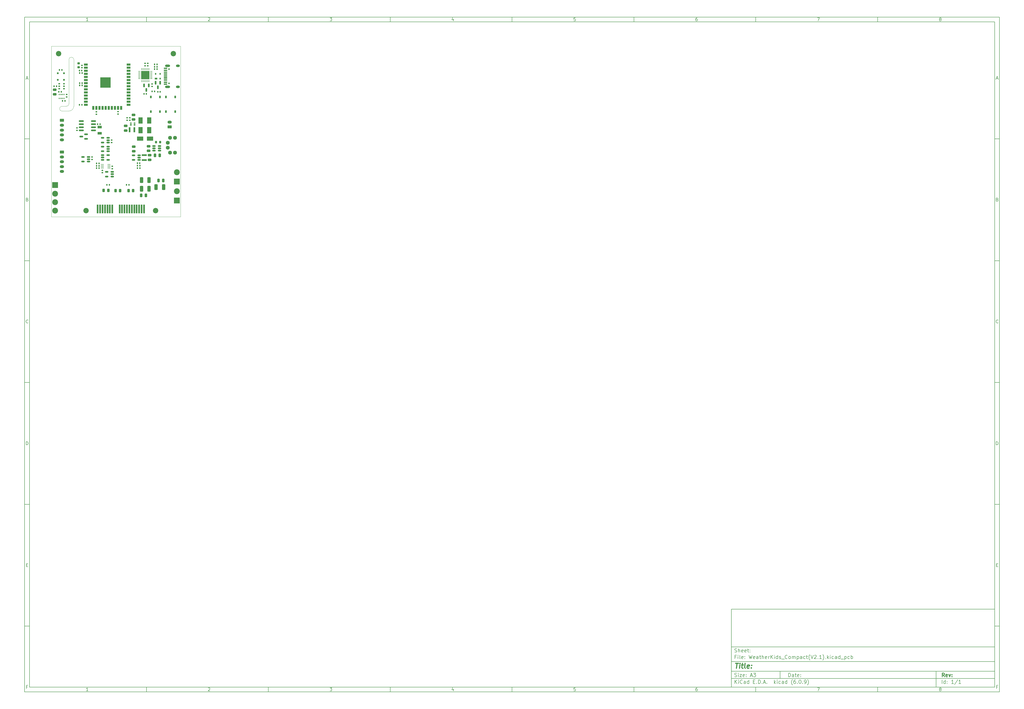
<source format=gbr>
%TF.GenerationSoftware,KiCad,Pcbnew,(6.0.9)*%
%TF.CreationDate,2023-07-18T14:40:25+05:30*%
%TF.ProjectId,WeatherKids_Compact(V2.1),57656174-6865-4724-9b69-64735f436f6d,rev?*%
%TF.SameCoordinates,PX1406f40PY14fb180*%
%TF.FileFunction,Soldermask,Top*%
%TF.FilePolarity,Negative*%
%FSLAX46Y46*%
G04 Gerber Fmt 4.6, Leading zero omitted, Abs format (unit mm)*
G04 Created by KiCad (PCBNEW (6.0.9)) date 2023-07-18 14:40:25*
%MOMM*%
%LPD*%
G01*
G04 APERTURE LIST*
G04 Aperture macros list*
%AMRoundRect*
0 Rectangle with rounded corners*
0 $1 Rounding radius*
0 $2 $3 $4 $5 $6 $7 $8 $9 X,Y pos of 4 corners*
0 Add a 4 corners polygon primitive as box body*
4,1,4,$2,$3,$4,$5,$6,$7,$8,$9,$2,$3,0*
0 Add four circle primitives for the rounded corners*
1,1,$1+$1,$2,$3*
1,1,$1+$1,$4,$5*
1,1,$1+$1,$6,$7*
1,1,$1+$1,$8,$9*
0 Add four rect primitives between the rounded corners*
20,1,$1+$1,$2,$3,$4,$5,0*
20,1,$1+$1,$4,$5,$6,$7,0*
20,1,$1+$1,$6,$7,$8,$9,0*
20,1,$1+$1,$8,$9,$2,$3,0*%
G04 Aperture macros list end*
%ADD10C,0.100000*%
%ADD11C,0.150000*%
%ADD12C,0.300000*%
%ADD13C,0.400000*%
%TA.AperFunction,Profile*%
%ADD14C,0.050000*%
%TD*%
%ADD15RoundRect,0.225000X-0.250000X0.225000X-0.250000X-0.225000X0.250000X-0.225000X0.250000X0.225000X0*%
%ADD16RoundRect,0.140000X0.140000X0.170000X-0.140000X0.170000X-0.140000X-0.170000X0.140000X-0.170000X0*%
%ADD17C,0.600000*%
%ADD18R,4.200000X4.200000*%
%ADD19R,1.500000X0.900000*%
%ADD20R,0.900000X1.500000*%
%ADD21RoundRect,0.250000X0.475000X-0.250000X0.475000X0.250000X-0.475000X0.250000X-0.475000X-0.250000X0*%
%ADD22RoundRect,0.150000X0.512500X0.150000X-0.512500X0.150000X-0.512500X-0.150000X0.512500X-0.150000X0*%
%ADD23RoundRect,0.135000X-0.185000X0.135000X-0.185000X-0.135000X0.185000X-0.135000X0.185000X0.135000X0*%
%ADD24RoundRect,0.135000X0.135000X0.185000X-0.135000X0.185000X-0.135000X-0.185000X0.135000X-0.185000X0*%
%ADD25RoundRect,0.135000X0.185000X-0.135000X0.185000X0.135000X-0.185000X0.135000X-0.185000X-0.135000X0*%
%ADD26RoundRect,0.140000X-0.140000X-0.170000X0.140000X-0.170000X0.140000X0.170000X-0.140000X0.170000X0*%
%ADD27RoundRect,0.187500X-0.187500X0.312500X-0.187500X-0.312500X0.187500X-0.312500X0.187500X0.312500X0*%
%ADD28C,2.200000*%
%ADD29RoundRect,0.135000X-0.135000X-0.185000X0.135000X-0.185000X0.135000X0.185000X-0.135000X0.185000X0*%
%ADD30R,1.800000X2.500000*%
%ADD31R,2.000000X0.800000*%
%ADD32RoundRect,0.200000X0.200000X0.275000X-0.200000X0.275000X-0.200000X-0.275000X0.200000X-0.275000X0*%
%ADD33R,3.350000X3.350000*%
%ADD34RoundRect,0.062500X0.062500X0.337500X-0.062500X0.337500X-0.062500X-0.337500X0.062500X-0.337500X0*%
%ADD35RoundRect,0.062500X0.337500X0.062500X-0.337500X0.062500X-0.337500X-0.062500X0.337500X-0.062500X0*%
%ADD36RoundRect,0.150000X0.587500X0.150000X-0.587500X0.150000X-0.587500X-0.150000X0.587500X-0.150000X0*%
%ADD37R,2.500000X1.800000*%
%ADD38RoundRect,0.250000X-0.250000X-0.475000X0.250000X-0.475000X0.250000X0.475000X-0.250000X0.475000X0*%
%ADD39RoundRect,0.243750X-0.243750X-0.456250X0.243750X-0.456250X0.243750X0.456250X-0.243750X0.456250X0*%
%ADD40RoundRect,0.250000X0.250000X0.475000X-0.250000X0.475000X-0.250000X-0.475000X0.250000X-0.475000X0*%
%ADD41RoundRect,0.140000X-0.170000X0.140000X-0.170000X-0.140000X0.170000X-0.140000X0.170000X0.140000X0*%
%ADD42RoundRect,0.150000X0.825000X0.150000X-0.825000X0.150000X-0.825000X-0.150000X0.825000X-0.150000X0*%
%ADD43C,2.400000*%
%ADD44R,2.400000X2.400000*%
%ADD45RoundRect,0.250000X-0.412500X-0.925000X0.412500X-0.925000X0.412500X0.925000X-0.412500X0.925000X0*%
%ADD46RoundRect,0.150000X-0.512500X-0.150000X0.512500X-0.150000X0.512500X0.150000X-0.512500X0.150000X0*%
%ADD47C,1.600000*%
%ADD48R,1.168400X0.254000*%
%ADD49O,2.100000X1.000000*%
%ADD50O,1.600000X1.000000*%
%ADD51R,1.450000X0.600000*%
%ADD52R,1.450000X0.300000*%
%ADD53C,0.650000*%
%ADD54RoundRect,0.243750X0.243750X0.456250X-0.243750X0.456250X-0.243750X-0.456250X0.243750X-0.456250X0*%
%ADD55O,1.750000X1.200000*%
%ADD56RoundRect,0.250000X-0.625000X0.350000X-0.625000X-0.350000X0.625000X-0.350000X0.625000X0.350000X0*%
%ADD57R,0.800000X0.800000*%
%ADD58R,0.700000X3.600000*%
%ADD59RoundRect,0.150000X-0.150000X0.587500X-0.150000X-0.587500X0.150000X-0.587500X0.150000X0.587500X0*%
%ADD60R,0.350000X0.500000*%
%ADD61R,0.800000X0.500000*%
%ADD62R,0.800000X2.000000*%
%ADD63R,1.800000X1.000000*%
%ADD64RoundRect,0.140000X0.170000X-0.140000X0.170000X0.140000X-0.170000X0.140000X-0.170000X-0.140000X0*%
%ADD65RoundRect,0.250000X0.625000X-0.350000X0.625000X0.350000X-0.625000X0.350000X-0.625000X-0.350000X0*%
%ADD66RoundRect,0.250000X0.412500X0.925000X-0.412500X0.925000X-0.412500X-0.925000X0.412500X-0.925000X0*%
%ADD67RoundRect,0.250000X-0.475000X0.250000X-0.475000X-0.250000X0.475000X-0.250000X0.475000X0.250000X0*%
%ADD68R,0.670001X0.299999*%
%ADD69R,0.600000X0.700000*%
%ADD70R,1.000000X0.700000*%
G04 APERTURE END LIST*
D10*
D11*
X278989000Y-231002200D02*
X278989000Y-263002200D01*
X386989000Y-263002200D01*
X386989000Y-231002200D01*
X278989000Y-231002200D01*
D10*
D11*
X-11000000Y12000000D02*
X-11000000Y-265002200D01*
X388989000Y-265002200D01*
X388989000Y12000000D01*
X-11000000Y12000000D01*
D10*
D11*
X-9000000Y10000000D02*
X-9000000Y-263002200D01*
X386989000Y-263002200D01*
X386989000Y10000000D01*
X-9000000Y10000000D01*
D10*
D11*
X39000000Y10000000D02*
X39000000Y12000000D01*
D10*
D11*
X89000000Y10000000D02*
X89000000Y12000000D01*
D10*
D11*
X139000000Y10000000D02*
X139000000Y12000000D01*
D10*
D11*
X189000000Y10000000D02*
X189000000Y12000000D01*
D10*
D11*
X239000000Y10000000D02*
X239000000Y12000000D01*
D10*
D11*
X289000000Y10000000D02*
X289000000Y12000000D01*
D10*
D11*
X339000000Y10000000D02*
X339000000Y12000000D01*
D10*
D11*
X15065476Y10411905D02*
X14322619Y10411905D01*
X14694047Y10411905D02*
X14694047Y11711905D01*
X14570238Y11526191D01*
X14446428Y11402381D01*
X14322619Y11340477D01*
D10*
D11*
X64322619Y11588096D02*
X64384523Y11650000D01*
X64508333Y11711905D01*
X64817857Y11711905D01*
X64941666Y11650000D01*
X65003571Y11588096D01*
X65065476Y11464286D01*
X65065476Y11340477D01*
X65003571Y11154762D01*
X64260714Y10411905D01*
X65065476Y10411905D01*
D10*
D11*
X114260714Y11711905D02*
X115065476Y11711905D01*
X114632142Y11216667D01*
X114817857Y11216667D01*
X114941666Y11154762D01*
X115003571Y11092858D01*
X115065476Y10969048D01*
X115065476Y10659524D01*
X115003571Y10535715D01*
X114941666Y10473810D01*
X114817857Y10411905D01*
X114446428Y10411905D01*
X114322619Y10473810D01*
X114260714Y10535715D01*
D10*
D11*
X164941666Y11278572D02*
X164941666Y10411905D01*
X164632142Y11773810D02*
X164322619Y10845239D01*
X165127380Y10845239D01*
D10*
D11*
X215003571Y11711905D02*
X214384523Y11711905D01*
X214322619Y11092858D01*
X214384523Y11154762D01*
X214508333Y11216667D01*
X214817857Y11216667D01*
X214941666Y11154762D01*
X215003571Y11092858D01*
X215065476Y10969048D01*
X215065476Y10659524D01*
X215003571Y10535715D01*
X214941666Y10473810D01*
X214817857Y10411905D01*
X214508333Y10411905D01*
X214384523Y10473810D01*
X214322619Y10535715D01*
D10*
D11*
X264941666Y11711905D02*
X264694047Y11711905D01*
X264570238Y11650000D01*
X264508333Y11588096D01*
X264384523Y11402381D01*
X264322619Y11154762D01*
X264322619Y10659524D01*
X264384523Y10535715D01*
X264446428Y10473810D01*
X264570238Y10411905D01*
X264817857Y10411905D01*
X264941666Y10473810D01*
X265003571Y10535715D01*
X265065476Y10659524D01*
X265065476Y10969048D01*
X265003571Y11092858D01*
X264941666Y11154762D01*
X264817857Y11216667D01*
X264570238Y11216667D01*
X264446428Y11154762D01*
X264384523Y11092858D01*
X264322619Y10969048D01*
D10*
D11*
X314260714Y11711905D02*
X315127380Y11711905D01*
X314570238Y10411905D01*
D10*
D11*
X364570238Y11154762D02*
X364446428Y11216667D01*
X364384523Y11278572D01*
X364322619Y11402381D01*
X364322619Y11464286D01*
X364384523Y11588096D01*
X364446428Y11650000D01*
X364570238Y11711905D01*
X364817857Y11711905D01*
X364941666Y11650000D01*
X365003571Y11588096D01*
X365065476Y11464286D01*
X365065476Y11402381D01*
X365003571Y11278572D01*
X364941666Y11216667D01*
X364817857Y11154762D01*
X364570238Y11154762D01*
X364446428Y11092858D01*
X364384523Y11030953D01*
X364322619Y10907143D01*
X364322619Y10659524D01*
X364384523Y10535715D01*
X364446428Y10473810D01*
X364570238Y10411905D01*
X364817857Y10411905D01*
X364941666Y10473810D01*
X365003571Y10535715D01*
X365065476Y10659524D01*
X365065476Y10907143D01*
X365003571Y11030953D01*
X364941666Y11092858D01*
X364817857Y11154762D01*
D10*
D11*
X39000000Y-263002200D02*
X39000000Y-265002200D01*
D10*
D11*
X89000000Y-263002200D02*
X89000000Y-265002200D01*
D10*
D11*
X139000000Y-263002200D02*
X139000000Y-265002200D01*
D10*
D11*
X189000000Y-263002200D02*
X189000000Y-265002200D01*
D10*
D11*
X239000000Y-263002200D02*
X239000000Y-265002200D01*
D10*
D11*
X289000000Y-263002200D02*
X289000000Y-265002200D01*
D10*
D11*
X339000000Y-263002200D02*
X339000000Y-265002200D01*
D10*
D11*
X15065476Y-264590295D02*
X14322619Y-264590295D01*
X14694047Y-264590295D02*
X14694047Y-263290295D01*
X14570238Y-263476009D01*
X14446428Y-263599819D01*
X14322619Y-263661723D01*
D10*
D11*
X64322619Y-263414104D02*
X64384523Y-263352200D01*
X64508333Y-263290295D01*
X64817857Y-263290295D01*
X64941666Y-263352200D01*
X65003571Y-263414104D01*
X65065476Y-263537914D01*
X65065476Y-263661723D01*
X65003571Y-263847438D01*
X64260714Y-264590295D01*
X65065476Y-264590295D01*
D10*
D11*
X114260714Y-263290295D02*
X115065476Y-263290295D01*
X114632142Y-263785533D01*
X114817857Y-263785533D01*
X114941666Y-263847438D01*
X115003571Y-263909342D01*
X115065476Y-264033152D01*
X115065476Y-264342676D01*
X115003571Y-264466485D01*
X114941666Y-264528390D01*
X114817857Y-264590295D01*
X114446428Y-264590295D01*
X114322619Y-264528390D01*
X114260714Y-264466485D01*
D10*
D11*
X164941666Y-263723628D02*
X164941666Y-264590295D01*
X164632142Y-263228390D02*
X164322619Y-264156961D01*
X165127380Y-264156961D01*
D10*
D11*
X215003571Y-263290295D02*
X214384523Y-263290295D01*
X214322619Y-263909342D01*
X214384523Y-263847438D01*
X214508333Y-263785533D01*
X214817857Y-263785533D01*
X214941666Y-263847438D01*
X215003571Y-263909342D01*
X215065476Y-264033152D01*
X215065476Y-264342676D01*
X215003571Y-264466485D01*
X214941666Y-264528390D01*
X214817857Y-264590295D01*
X214508333Y-264590295D01*
X214384523Y-264528390D01*
X214322619Y-264466485D01*
D10*
D11*
X264941666Y-263290295D02*
X264694047Y-263290295D01*
X264570238Y-263352200D01*
X264508333Y-263414104D01*
X264384523Y-263599819D01*
X264322619Y-263847438D01*
X264322619Y-264342676D01*
X264384523Y-264466485D01*
X264446428Y-264528390D01*
X264570238Y-264590295D01*
X264817857Y-264590295D01*
X264941666Y-264528390D01*
X265003571Y-264466485D01*
X265065476Y-264342676D01*
X265065476Y-264033152D01*
X265003571Y-263909342D01*
X264941666Y-263847438D01*
X264817857Y-263785533D01*
X264570238Y-263785533D01*
X264446428Y-263847438D01*
X264384523Y-263909342D01*
X264322619Y-264033152D01*
D10*
D11*
X314260714Y-263290295D02*
X315127380Y-263290295D01*
X314570238Y-264590295D01*
D10*
D11*
X364570238Y-263847438D02*
X364446428Y-263785533D01*
X364384523Y-263723628D01*
X364322619Y-263599819D01*
X364322619Y-263537914D01*
X364384523Y-263414104D01*
X364446428Y-263352200D01*
X364570238Y-263290295D01*
X364817857Y-263290295D01*
X364941666Y-263352200D01*
X365003571Y-263414104D01*
X365065476Y-263537914D01*
X365065476Y-263599819D01*
X365003571Y-263723628D01*
X364941666Y-263785533D01*
X364817857Y-263847438D01*
X364570238Y-263847438D01*
X364446428Y-263909342D01*
X364384523Y-263971247D01*
X364322619Y-264095057D01*
X364322619Y-264342676D01*
X364384523Y-264466485D01*
X364446428Y-264528390D01*
X364570238Y-264590295D01*
X364817857Y-264590295D01*
X364941666Y-264528390D01*
X365003571Y-264466485D01*
X365065476Y-264342676D01*
X365065476Y-264095057D01*
X365003571Y-263971247D01*
X364941666Y-263909342D01*
X364817857Y-263847438D01*
D10*
D11*
X-11000000Y-38000000D02*
X-9000000Y-38000000D01*
D10*
D11*
X-11000000Y-88000000D02*
X-9000000Y-88000000D01*
D10*
D11*
X-11000000Y-138000000D02*
X-9000000Y-138000000D01*
D10*
D11*
X-11000000Y-188000000D02*
X-9000000Y-188000000D01*
D10*
D11*
X-11000000Y-238000000D02*
X-9000000Y-238000000D01*
D10*
D11*
X-10309524Y-13216666D02*
X-9690477Y-13216666D01*
X-10433334Y-13588095D02*
X-10000000Y-12288095D01*
X-9566667Y-13588095D01*
D10*
D11*
X-9907143Y-62907142D02*
X-9721429Y-62969047D01*
X-9659524Y-63030952D01*
X-9597620Y-63154761D01*
X-9597620Y-63340476D01*
X-9659524Y-63464285D01*
X-9721429Y-63526190D01*
X-9845239Y-63588095D01*
X-10340477Y-63588095D01*
X-10340477Y-62288095D01*
X-9907143Y-62288095D01*
X-9783334Y-62350000D01*
X-9721429Y-62411904D01*
X-9659524Y-62535714D01*
X-9659524Y-62659523D01*
X-9721429Y-62783333D01*
X-9783334Y-62845238D01*
X-9907143Y-62907142D01*
X-10340477Y-62907142D01*
D10*
D11*
X-9597620Y-113464285D02*
X-9659524Y-113526190D01*
X-9845239Y-113588095D01*
X-9969048Y-113588095D01*
X-10154762Y-113526190D01*
X-10278572Y-113402380D01*
X-10340477Y-113278571D01*
X-10402381Y-113030952D01*
X-10402381Y-112845238D01*
X-10340477Y-112597619D01*
X-10278572Y-112473809D01*
X-10154762Y-112350000D01*
X-9969048Y-112288095D01*
X-9845239Y-112288095D01*
X-9659524Y-112350000D01*
X-9597620Y-112411904D01*
D10*
D11*
X-10340477Y-163588095D02*
X-10340477Y-162288095D01*
X-10030953Y-162288095D01*
X-9845239Y-162350000D01*
X-9721429Y-162473809D01*
X-9659524Y-162597619D01*
X-9597620Y-162845238D01*
X-9597620Y-163030952D01*
X-9659524Y-163278571D01*
X-9721429Y-163402380D01*
X-9845239Y-163526190D01*
X-10030953Y-163588095D01*
X-10340477Y-163588095D01*
D10*
D11*
X-10278572Y-212907142D02*
X-9845239Y-212907142D01*
X-9659524Y-213588095D02*
X-10278572Y-213588095D01*
X-10278572Y-212288095D01*
X-9659524Y-212288095D01*
D10*
D11*
X-9814286Y-262907142D02*
X-10247620Y-262907142D01*
X-10247620Y-263588095D02*
X-10247620Y-262288095D01*
X-9628572Y-262288095D01*
D10*
D11*
X388989000Y-38000000D02*
X386989000Y-38000000D01*
D10*
D11*
X388989000Y-88000000D02*
X386989000Y-88000000D01*
D10*
D11*
X388989000Y-138000000D02*
X386989000Y-138000000D01*
D10*
D11*
X388989000Y-188000000D02*
X386989000Y-188000000D01*
D10*
D11*
X388989000Y-238000000D02*
X386989000Y-238000000D01*
D10*
D11*
X387679476Y-13216666D02*
X388298523Y-13216666D01*
X387555666Y-13588095D02*
X387989000Y-12288095D01*
X388422333Y-13588095D01*
D10*
D11*
X388081857Y-62907142D02*
X388267571Y-62969047D01*
X388329476Y-63030952D01*
X388391380Y-63154761D01*
X388391380Y-63340476D01*
X388329476Y-63464285D01*
X388267571Y-63526190D01*
X388143761Y-63588095D01*
X387648523Y-63588095D01*
X387648523Y-62288095D01*
X388081857Y-62288095D01*
X388205666Y-62350000D01*
X388267571Y-62411904D01*
X388329476Y-62535714D01*
X388329476Y-62659523D01*
X388267571Y-62783333D01*
X388205666Y-62845238D01*
X388081857Y-62907142D01*
X387648523Y-62907142D01*
D10*
D11*
X388391380Y-113464285D02*
X388329476Y-113526190D01*
X388143761Y-113588095D01*
X388019952Y-113588095D01*
X387834238Y-113526190D01*
X387710428Y-113402380D01*
X387648523Y-113278571D01*
X387586619Y-113030952D01*
X387586619Y-112845238D01*
X387648523Y-112597619D01*
X387710428Y-112473809D01*
X387834238Y-112350000D01*
X388019952Y-112288095D01*
X388143761Y-112288095D01*
X388329476Y-112350000D01*
X388391380Y-112411904D01*
D10*
D11*
X387648523Y-163588095D02*
X387648523Y-162288095D01*
X387958047Y-162288095D01*
X388143761Y-162350000D01*
X388267571Y-162473809D01*
X388329476Y-162597619D01*
X388391380Y-162845238D01*
X388391380Y-163030952D01*
X388329476Y-163278571D01*
X388267571Y-163402380D01*
X388143761Y-163526190D01*
X387958047Y-163588095D01*
X387648523Y-163588095D01*
D10*
D11*
X387710428Y-212907142D02*
X388143761Y-212907142D01*
X388329476Y-213588095D02*
X387710428Y-213588095D01*
X387710428Y-212288095D01*
X388329476Y-212288095D01*
D10*
D11*
X388174714Y-262907142D02*
X387741380Y-262907142D01*
X387741380Y-263588095D02*
X387741380Y-262288095D01*
X388360428Y-262288095D01*
D10*
D11*
X302421142Y-258780771D02*
X302421142Y-257280771D01*
X302778285Y-257280771D01*
X302992571Y-257352200D01*
X303135428Y-257495057D01*
X303206857Y-257637914D01*
X303278285Y-257923628D01*
X303278285Y-258137914D01*
X303206857Y-258423628D01*
X303135428Y-258566485D01*
X302992571Y-258709342D01*
X302778285Y-258780771D01*
X302421142Y-258780771D01*
X304564000Y-258780771D02*
X304564000Y-257995057D01*
X304492571Y-257852200D01*
X304349714Y-257780771D01*
X304064000Y-257780771D01*
X303921142Y-257852200D01*
X304564000Y-258709342D02*
X304421142Y-258780771D01*
X304064000Y-258780771D01*
X303921142Y-258709342D01*
X303849714Y-258566485D01*
X303849714Y-258423628D01*
X303921142Y-258280771D01*
X304064000Y-258209342D01*
X304421142Y-258209342D01*
X304564000Y-258137914D01*
X305064000Y-257780771D02*
X305635428Y-257780771D01*
X305278285Y-257280771D02*
X305278285Y-258566485D01*
X305349714Y-258709342D01*
X305492571Y-258780771D01*
X305635428Y-258780771D01*
X306706857Y-258709342D02*
X306564000Y-258780771D01*
X306278285Y-258780771D01*
X306135428Y-258709342D01*
X306064000Y-258566485D01*
X306064000Y-257995057D01*
X306135428Y-257852200D01*
X306278285Y-257780771D01*
X306564000Y-257780771D01*
X306706857Y-257852200D01*
X306778285Y-257995057D01*
X306778285Y-258137914D01*
X306064000Y-258280771D01*
X307421142Y-258637914D02*
X307492571Y-258709342D01*
X307421142Y-258780771D01*
X307349714Y-258709342D01*
X307421142Y-258637914D01*
X307421142Y-258780771D01*
X307421142Y-257852200D02*
X307492571Y-257923628D01*
X307421142Y-257995057D01*
X307349714Y-257923628D01*
X307421142Y-257852200D01*
X307421142Y-257995057D01*
D10*
D11*
X278989000Y-259502200D02*
X386989000Y-259502200D01*
D10*
D11*
X280421142Y-261580771D02*
X280421142Y-260080771D01*
X281278285Y-261580771D02*
X280635428Y-260723628D01*
X281278285Y-260080771D02*
X280421142Y-260937914D01*
X281921142Y-261580771D02*
X281921142Y-260580771D01*
X281921142Y-260080771D02*
X281849714Y-260152200D01*
X281921142Y-260223628D01*
X281992571Y-260152200D01*
X281921142Y-260080771D01*
X281921142Y-260223628D01*
X283492571Y-261437914D02*
X283421142Y-261509342D01*
X283206857Y-261580771D01*
X283064000Y-261580771D01*
X282849714Y-261509342D01*
X282706857Y-261366485D01*
X282635428Y-261223628D01*
X282564000Y-260937914D01*
X282564000Y-260723628D01*
X282635428Y-260437914D01*
X282706857Y-260295057D01*
X282849714Y-260152200D01*
X283064000Y-260080771D01*
X283206857Y-260080771D01*
X283421142Y-260152200D01*
X283492571Y-260223628D01*
X284778285Y-261580771D02*
X284778285Y-260795057D01*
X284706857Y-260652200D01*
X284564000Y-260580771D01*
X284278285Y-260580771D01*
X284135428Y-260652200D01*
X284778285Y-261509342D02*
X284635428Y-261580771D01*
X284278285Y-261580771D01*
X284135428Y-261509342D01*
X284064000Y-261366485D01*
X284064000Y-261223628D01*
X284135428Y-261080771D01*
X284278285Y-261009342D01*
X284635428Y-261009342D01*
X284778285Y-260937914D01*
X286135428Y-261580771D02*
X286135428Y-260080771D01*
X286135428Y-261509342D02*
X285992571Y-261580771D01*
X285706857Y-261580771D01*
X285564000Y-261509342D01*
X285492571Y-261437914D01*
X285421142Y-261295057D01*
X285421142Y-260866485D01*
X285492571Y-260723628D01*
X285564000Y-260652200D01*
X285706857Y-260580771D01*
X285992571Y-260580771D01*
X286135428Y-260652200D01*
X287992571Y-260795057D02*
X288492571Y-260795057D01*
X288706857Y-261580771D02*
X287992571Y-261580771D01*
X287992571Y-260080771D01*
X288706857Y-260080771D01*
X289349714Y-261437914D02*
X289421142Y-261509342D01*
X289349714Y-261580771D01*
X289278285Y-261509342D01*
X289349714Y-261437914D01*
X289349714Y-261580771D01*
X290064000Y-261580771D02*
X290064000Y-260080771D01*
X290421142Y-260080771D01*
X290635428Y-260152200D01*
X290778285Y-260295057D01*
X290849714Y-260437914D01*
X290921142Y-260723628D01*
X290921142Y-260937914D01*
X290849714Y-261223628D01*
X290778285Y-261366485D01*
X290635428Y-261509342D01*
X290421142Y-261580771D01*
X290064000Y-261580771D01*
X291564000Y-261437914D02*
X291635428Y-261509342D01*
X291564000Y-261580771D01*
X291492571Y-261509342D01*
X291564000Y-261437914D01*
X291564000Y-261580771D01*
X292206857Y-261152200D02*
X292921142Y-261152200D01*
X292064000Y-261580771D02*
X292564000Y-260080771D01*
X293064000Y-261580771D01*
X293564000Y-261437914D02*
X293635428Y-261509342D01*
X293564000Y-261580771D01*
X293492571Y-261509342D01*
X293564000Y-261437914D01*
X293564000Y-261580771D01*
X296564000Y-261580771D02*
X296564000Y-260080771D01*
X296706857Y-261009342D02*
X297135428Y-261580771D01*
X297135428Y-260580771D02*
X296564000Y-261152200D01*
X297778285Y-261580771D02*
X297778285Y-260580771D01*
X297778285Y-260080771D02*
X297706857Y-260152200D01*
X297778285Y-260223628D01*
X297849714Y-260152200D01*
X297778285Y-260080771D01*
X297778285Y-260223628D01*
X299135428Y-261509342D02*
X298992571Y-261580771D01*
X298706857Y-261580771D01*
X298564000Y-261509342D01*
X298492571Y-261437914D01*
X298421142Y-261295057D01*
X298421142Y-260866485D01*
X298492571Y-260723628D01*
X298564000Y-260652200D01*
X298706857Y-260580771D01*
X298992571Y-260580771D01*
X299135428Y-260652200D01*
X300421142Y-261580771D02*
X300421142Y-260795057D01*
X300349714Y-260652200D01*
X300206857Y-260580771D01*
X299921142Y-260580771D01*
X299778285Y-260652200D01*
X300421142Y-261509342D02*
X300278285Y-261580771D01*
X299921142Y-261580771D01*
X299778285Y-261509342D01*
X299706857Y-261366485D01*
X299706857Y-261223628D01*
X299778285Y-261080771D01*
X299921142Y-261009342D01*
X300278285Y-261009342D01*
X300421142Y-260937914D01*
X301778285Y-261580771D02*
X301778285Y-260080771D01*
X301778285Y-261509342D02*
X301635428Y-261580771D01*
X301349714Y-261580771D01*
X301206857Y-261509342D01*
X301135428Y-261437914D01*
X301064000Y-261295057D01*
X301064000Y-260866485D01*
X301135428Y-260723628D01*
X301206857Y-260652200D01*
X301349714Y-260580771D01*
X301635428Y-260580771D01*
X301778285Y-260652200D01*
X304064000Y-262152200D02*
X303992571Y-262080771D01*
X303849714Y-261866485D01*
X303778285Y-261723628D01*
X303706857Y-261509342D01*
X303635428Y-261152200D01*
X303635428Y-260866485D01*
X303706857Y-260509342D01*
X303778285Y-260295057D01*
X303849714Y-260152200D01*
X303992571Y-259937914D01*
X304064000Y-259866485D01*
X305278285Y-260080771D02*
X304992571Y-260080771D01*
X304849714Y-260152200D01*
X304778285Y-260223628D01*
X304635428Y-260437914D01*
X304564000Y-260723628D01*
X304564000Y-261295057D01*
X304635428Y-261437914D01*
X304706857Y-261509342D01*
X304849714Y-261580771D01*
X305135428Y-261580771D01*
X305278285Y-261509342D01*
X305349714Y-261437914D01*
X305421142Y-261295057D01*
X305421142Y-260937914D01*
X305349714Y-260795057D01*
X305278285Y-260723628D01*
X305135428Y-260652200D01*
X304849714Y-260652200D01*
X304706857Y-260723628D01*
X304635428Y-260795057D01*
X304564000Y-260937914D01*
X306064000Y-261437914D02*
X306135428Y-261509342D01*
X306064000Y-261580771D01*
X305992571Y-261509342D01*
X306064000Y-261437914D01*
X306064000Y-261580771D01*
X307064000Y-260080771D02*
X307206857Y-260080771D01*
X307349714Y-260152200D01*
X307421142Y-260223628D01*
X307492571Y-260366485D01*
X307564000Y-260652200D01*
X307564000Y-261009342D01*
X307492571Y-261295057D01*
X307421142Y-261437914D01*
X307349714Y-261509342D01*
X307206857Y-261580771D01*
X307064000Y-261580771D01*
X306921142Y-261509342D01*
X306849714Y-261437914D01*
X306778285Y-261295057D01*
X306706857Y-261009342D01*
X306706857Y-260652200D01*
X306778285Y-260366485D01*
X306849714Y-260223628D01*
X306921142Y-260152200D01*
X307064000Y-260080771D01*
X308206857Y-261437914D02*
X308278285Y-261509342D01*
X308206857Y-261580771D01*
X308135428Y-261509342D01*
X308206857Y-261437914D01*
X308206857Y-261580771D01*
X308992571Y-261580771D02*
X309278285Y-261580771D01*
X309421142Y-261509342D01*
X309492571Y-261437914D01*
X309635428Y-261223628D01*
X309706857Y-260937914D01*
X309706857Y-260366485D01*
X309635428Y-260223628D01*
X309564000Y-260152200D01*
X309421142Y-260080771D01*
X309135428Y-260080771D01*
X308992571Y-260152200D01*
X308921142Y-260223628D01*
X308849714Y-260366485D01*
X308849714Y-260723628D01*
X308921142Y-260866485D01*
X308992571Y-260937914D01*
X309135428Y-261009342D01*
X309421142Y-261009342D01*
X309564000Y-260937914D01*
X309635428Y-260866485D01*
X309706857Y-260723628D01*
X310206857Y-262152200D02*
X310278285Y-262080771D01*
X310421142Y-261866485D01*
X310492571Y-261723628D01*
X310564000Y-261509342D01*
X310635428Y-261152200D01*
X310635428Y-260866485D01*
X310564000Y-260509342D01*
X310492571Y-260295057D01*
X310421142Y-260152200D01*
X310278285Y-259937914D01*
X310206857Y-259866485D01*
D10*
D11*
X278989000Y-256502200D02*
X386989000Y-256502200D01*
D10*
D12*
X366398285Y-258780771D02*
X365898285Y-258066485D01*
X365541142Y-258780771D02*
X365541142Y-257280771D01*
X366112571Y-257280771D01*
X366255428Y-257352200D01*
X366326857Y-257423628D01*
X366398285Y-257566485D01*
X366398285Y-257780771D01*
X366326857Y-257923628D01*
X366255428Y-257995057D01*
X366112571Y-258066485D01*
X365541142Y-258066485D01*
X367612571Y-258709342D02*
X367469714Y-258780771D01*
X367184000Y-258780771D01*
X367041142Y-258709342D01*
X366969714Y-258566485D01*
X366969714Y-257995057D01*
X367041142Y-257852200D01*
X367184000Y-257780771D01*
X367469714Y-257780771D01*
X367612571Y-257852200D01*
X367684000Y-257995057D01*
X367684000Y-258137914D01*
X366969714Y-258280771D01*
X368184000Y-257780771D02*
X368541142Y-258780771D01*
X368898285Y-257780771D01*
X369469714Y-258637914D02*
X369541142Y-258709342D01*
X369469714Y-258780771D01*
X369398285Y-258709342D01*
X369469714Y-258637914D01*
X369469714Y-258780771D01*
X369469714Y-257852200D02*
X369541142Y-257923628D01*
X369469714Y-257995057D01*
X369398285Y-257923628D01*
X369469714Y-257852200D01*
X369469714Y-257995057D01*
D10*
D11*
X280349714Y-258709342D02*
X280564000Y-258780771D01*
X280921142Y-258780771D01*
X281064000Y-258709342D01*
X281135428Y-258637914D01*
X281206857Y-258495057D01*
X281206857Y-258352200D01*
X281135428Y-258209342D01*
X281064000Y-258137914D01*
X280921142Y-258066485D01*
X280635428Y-257995057D01*
X280492571Y-257923628D01*
X280421142Y-257852200D01*
X280349714Y-257709342D01*
X280349714Y-257566485D01*
X280421142Y-257423628D01*
X280492571Y-257352200D01*
X280635428Y-257280771D01*
X280992571Y-257280771D01*
X281206857Y-257352200D01*
X281849714Y-258780771D02*
X281849714Y-257780771D01*
X281849714Y-257280771D02*
X281778285Y-257352200D01*
X281849714Y-257423628D01*
X281921142Y-257352200D01*
X281849714Y-257280771D01*
X281849714Y-257423628D01*
X282421142Y-257780771D02*
X283206857Y-257780771D01*
X282421142Y-258780771D01*
X283206857Y-258780771D01*
X284349714Y-258709342D02*
X284206857Y-258780771D01*
X283921142Y-258780771D01*
X283778285Y-258709342D01*
X283706857Y-258566485D01*
X283706857Y-257995057D01*
X283778285Y-257852200D01*
X283921142Y-257780771D01*
X284206857Y-257780771D01*
X284349714Y-257852200D01*
X284421142Y-257995057D01*
X284421142Y-258137914D01*
X283706857Y-258280771D01*
X285064000Y-258637914D02*
X285135428Y-258709342D01*
X285064000Y-258780771D01*
X284992571Y-258709342D01*
X285064000Y-258637914D01*
X285064000Y-258780771D01*
X285064000Y-257852200D02*
X285135428Y-257923628D01*
X285064000Y-257995057D01*
X284992571Y-257923628D01*
X285064000Y-257852200D01*
X285064000Y-257995057D01*
X286849714Y-258352200D02*
X287564000Y-258352200D01*
X286706857Y-258780771D02*
X287206857Y-257280771D01*
X287706857Y-258780771D01*
X288064000Y-257280771D02*
X288992571Y-257280771D01*
X288492571Y-257852200D01*
X288706857Y-257852200D01*
X288849714Y-257923628D01*
X288921142Y-257995057D01*
X288992571Y-258137914D01*
X288992571Y-258495057D01*
X288921142Y-258637914D01*
X288849714Y-258709342D01*
X288706857Y-258780771D01*
X288278285Y-258780771D01*
X288135428Y-258709342D01*
X288064000Y-258637914D01*
D10*
D11*
X365421142Y-261580771D02*
X365421142Y-260080771D01*
X366778285Y-261580771D02*
X366778285Y-260080771D01*
X366778285Y-261509342D02*
X366635428Y-261580771D01*
X366349714Y-261580771D01*
X366206857Y-261509342D01*
X366135428Y-261437914D01*
X366064000Y-261295057D01*
X366064000Y-260866485D01*
X366135428Y-260723628D01*
X366206857Y-260652200D01*
X366349714Y-260580771D01*
X366635428Y-260580771D01*
X366778285Y-260652200D01*
X367492571Y-261437914D02*
X367564000Y-261509342D01*
X367492571Y-261580771D01*
X367421142Y-261509342D01*
X367492571Y-261437914D01*
X367492571Y-261580771D01*
X367492571Y-260652200D02*
X367564000Y-260723628D01*
X367492571Y-260795057D01*
X367421142Y-260723628D01*
X367492571Y-260652200D01*
X367492571Y-260795057D01*
X370135428Y-261580771D02*
X369278285Y-261580771D01*
X369706857Y-261580771D02*
X369706857Y-260080771D01*
X369564000Y-260295057D01*
X369421142Y-260437914D01*
X369278285Y-260509342D01*
X371849714Y-260009342D02*
X370564000Y-261937914D01*
X373135428Y-261580771D02*
X372278285Y-261580771D01*
X372706857Y-261580771D02*
X372706857Y-260080771D01*
X372564000Y-260295057D01*
X372421142Y-260437914D01*
X372278285Y-260509342D01*
D10*
D11*
X278989000Y-252502200D02*
X386989000Y-252502200D01*
D10*
D13*
X280701380Y-253206961D02*
X281844238Y-253206961D01*
X281022809Y-255206961D02*
X281272809Y-253206961D01*
X282260904Y-255206961D02*
X282427571Y-253873628D01*
X282510904Y-253206961D02*
X282403761Y-253302200D01*
X282487095Y-253397438D01*
X282594238Y-253302200D01*
X282510904Y-253206961D01*
X282487095Y-253397438D01*
X283094238Y-253873628D02*
X283856142Y-253873628D01*
X283463285Y-253206961D02*
X283249000Y-254921247D01*
X283320428Y-255111723D01*
X283499000Y-255206961D01*
X283689476Y-255206961D01*
X284641857Y-255206961D02*
X284463285Y-255111723D01*
X284391857Y-254921247D01*
X284606142Y-253206961D01*
X286177571Y-255111723D02*
X285975190Y-255206961D01*
X285594238Y-255206961D01*
X285415666Y-255111723D01*
X285344238Y-254921247D01*
X285439476Y-254159342D01*
X285558523Y-253968866D01*
X285760904Y-253873628D01*
X286141857Y-253873628D01*
X286320428Y-253968866D01*
X286391857Y-254159342D01*
X286368047Y-254349819D01*
X285391857Y-254540295D01*
X287141857Y-255016485D02*
X287225190Y-255111723D01*
X287118047Y-255206961D01*
X287034714Y-255111723D01*
X287141857Y-255016485D01*
X287118047Y-255206961D01*
X287272809Y-253968866D02*
X287356142Y-254064104D01*
X287249000Y-254159342D01*
X287165666Y-254064104D01*
X287272809Y-253968866D01*
X287249000Y-254159342D01*
D10*
D11*
X280921142Y-250595057D02*
X280421142Y-250595057D01*
X280421142Y-251380771D02*
X280421142Y-249880771D01*
X281135428Y-249880771D01*
X281706857Y-251380771D02*
X281706857Y-250380771D01*
X281706857Y-249880771D02*
X281635428Y-249952200D01*
X281706857Y-250023628D01*
X281778285Y-249952200D01*
X281706857Y-249880771D01*
X281706857Y-250023628D01*
X282635428Y-251380771D02*
X282492571Y-251309342D01*
X282421142Y-251166485D01*
X282421142Y-249880771D01*
X283778285Y-251309342D02*
X283635428Y-251380771D01*
X283349714Y-251380771D01*
X283206857Y-251309342D01*
X283135428Y-251166485D01*
X283135428Y-250595057D01*
X283206857Y-250452200D01*
X283349714Y-250380771D01*
X283635428Y-250380771D01*
X283778285Y-250452200D01*
X283849714Y-250595057D01*
X283849714Y-250737914D01*
X283135428Y-250880771D01*
X284492571Y-251237914D02*
X284564000Y-251309342D01*
X284492571Y-251380771D01*
X284421142Y-251309342D01*
X284492571Y-251237914D01*
X284492571Y-251380771D01*
X284492571Y-250452200D02*
X284564000Y-250523628D01*
X284492571Y-250595057D01*
X284421142Y-250523628D01*
X284492571Y-250452200D01*
X284492571Y-250595057D01*
X286206857Y-249880771D02*
X286564000Y-251380771D01*
X286849714Y-250309342D01*
X287135428Y-251380771D01*
X287492571Y-249880771D01*
X288635428Y-251309342D02*
X288492571Y-251380771D01*
X288206857Y-251380771D01*
X288064000Y-251309342D01*
X287992571Y-251166485D01*
X287992571Y-250595057D01*
X288064000Y-250452200D01*
X288206857Y-250380771D01*
X288492571Y-250380771D01*
X288635428Y-250452200D01*
X288706857Y-250595057D01*
X288706857Y-250737914D01*
X287992571Y-250880771D01*
X289992571Y-251380771D02*
X289992571Y-250595057D01*
X289921142Y-250452200D01*
X289778285Y-250380771D01*
X289492571Y-250380771D01*
X289349714Y-250452200D01*
X289992571Y-251309342D02*
X289849714Y-251380771D01*
X289492571Y-251380771D01*
X289349714Y-251309342D01*
X289278285Y-251166485D01*
X289278285Y-251023628D01*
X289349714Y-250880771D01*
X289492571Y-250809342D01*
X289849714Y-250809342D01*
X289992571Y-250737914D01*
X290492571Y-250380771D02*
X291064000Y-250380771D01*
X290706857Y-249880771D02*
X290706857Y-251166485D01*
X290778285Y-251309342D01*
X290921142Y-251380771D01*
X291064000Y-251380771D01*
X291564000Y-251380771D02*
X291564000Y-249880771D01*
X292206857Y-251380771D02*
X292206857Y-250595057D01*
X292135428Y-250452200D01*
X291992571Y-250380771D01*
X291778285Y-250380771D01*
X291635428Y-250452200D01*
X291564000Y-250523628D01*
X293492571Y-251309342D02*
X293349714Y-251380771D01*
X293064000Y-251380771D01*
X292921142Y-251309342D01*
X292849714Y-251166485D01*
X292849714Y-250595057D01*
X292921142Y-250452200D01*
X293064000Y-250380771D01*
X293349714Y-250380771D01*
X293492571Y-250452200D01*
X293564000Y-250595057D01*
X293564000Y-250737914D01*
X292849714Y-250880771D01*
X294206857Y-251380771D02*
X294206857Y-250380771D01*
X294206857Y-250666485D02*
X294278285Y-250523628D01*
X294349714Y-250452200D01*
X294492571Y-250380771D01*
X294635428Y-250380771D01*
X295135428Y-251380771D02*
X295135428Y-249880771D01*
X295992571Y-251380771D02*
X295349714Y-250523628D01*
X295992571Y-249880771D02*
X295135428Y-250737914D01*
X296635428Y-251380771D02*
X296635428Y-250380771D01*
X296635428Y-249880771D02*
X296564000Y-249952200D01*
X296635428Y-250023628D01*
X296706857Y-249952200D01*
X296635428Y-249880771D01*
X296635428Y-250023628D01*
X297992571Y-251380771D02*
X297992571Y-249880771D01*
X297992571Y-251309342D02*
X297849714Y-251380771D01*
X297564000Y-251380771D01*
X297421142Y-251309342D01*
X297349714Y-251237914D01*
X297278285Y-251095057D01*
X297278285Y-250666485D01*
X297349714Y-250523628D01*
X297421142Y-250452200D01*
X297564000Y-250380771D01*
X297849714Y-250380771D01*
X297992571Y-250452200D01*
X298635428Y-251309342D02*
X298778285Y-251380771D01*
X299064000Y-251380771D01*
X299206857Y-251309342D01*
X299278285Y-251166485D01*
X299278285Y-251095057D01*
X299206857Y-250952200D01*
X299064000Y-250880771D01*
X298849714Y-250880771D01*
X298706857Y-250809342D01*
X298635428Y-250666485D01*
X298635428Y-250595057D01*
X298706857Y-250452200D01*
X298849714Y-250380771D01*
X299064000Y-250380771D01*
X299206857Y-250452200D01*
X299564000Y-251523628D02*
X300706857Y-251523628D01*
X301921142Y-251237914D02*
X301849714Y-251309342D01*
X301635428Y-251380771D01*
X301492571Y-251380771D01*
X301278285Y-251309342D01*
X301135428Y-251166485D01*
X301064000Y-251023628D01*
X300992571Y-250737914D01*
X300992571Y-250523628D01*
X301064000Y-250237914D01*
X301135428Y-250095057D01*
X301278285Y-249952200D01*
X301492571Y-249880771D01*
X301635428Y-249880771D01*
X301849714Y-249952200D01*
X301921142Y-250023628D01*
X302778285Y-251380771D02*
X302635428Y-251309342D01*
X302564000Y-251237914D01*
X302492571Y-251095057D01*
X302492571Y-250666485D01*
X302564000Y-250523628D01*
X302635428Y-250452200D01*
X302778285Y-250380771D01*
X302992571Y-250380771D01*
X303135428Y-250452200D01*
X303206857Y-250523628D01*
X303278285Y-250666485D01*
X303278285Y-251095057D01*
X303206857Y-251237914D01*
X303135428Y-251309342D01*
X302992571Y-251380771D01*
X302778285Y-251380771D01*
X303921142Y-251380771D02*
X303921142Y-250380771D01*
X303921142Y-250523628D02*
X303992571Y-250452200D01*
X304135428Y-250380771D01*
X304349714Y-250380771D01*
X304492571Y-250452200D01*
X304564000Y-250595057D01*
X304564000Y-251380771D01*
X304564000Y-250595057D02*
X304635428Y-250452200D01*
X304778285Y-250380771D01*
X304992571Y-250380771D01*
X305135428Y-250452200D01*
X305206857Y-250595057D01*
X305206857Y-251380771D01*
X305921142Y-250380771D02*
X305921142Y-251880771D01*
X305921142Y-250452200D02*
X306064000Y-250380771D01*
X306349714Y-250380771D01*
X306492571Y-250452200D01*
X306564000Y-250523628D01*
X306635428Y-250666485D01*
X306635428Y-251095057D01*
X306564000Y-251237914D01*
X306492571Y-251309342D01*
X306349714Y-251380771D01*
X306064000Y-251380771D01*
X305921142Y-251309342D01*
X307921142Y-251380771D02*
X307921142Y-250595057D01*
X307849714Y-250452200D01*
X307706857Y-250380771D01*
X307421142Y-250380771D01*
X307278285Y-250452200D01*
X307921142Y-251309342D02*
X307778285Y-251380771D01*
X307421142Y-251380771D01*
X307278285Y-251309342D01*
X307206857Y-251166485D01*
X307206857Y-251023628D01*
X307278285Y-250880771D01*
X307421142Y-250809342D01*
X307778285Y-250809342D01*
X307921142Y-250737914D01*
X309278285Y-251309342D02*
X309135428Y-251380771D01*
X308849714Y-251380771D01*
X308706857Y-251309342D01*
X308635428Y-251237914D01*
X308564000Y-251095057D01*
X308564000Y-250666485D01*
X308635428Y-250523628D01*
X308706857Y-250452200D01*
X308849714Y-250380771D01*
X309135428Y-250380771D01*
X309278285Y-250452200D01*
X309706857Y-250380771D02*
X310278285Y-250380771D01*
X309921142Y-249880771D02*
X309921142Y-251166485D01*
X309992571Y-251309342D01*
X310135428Y-251380771D01*
X310278285Y-251380771D01*
X311206857Y-251952200D02*
X311135428Y-251880771D01*
X310992571Y-251666485D01*
X310921142Y-251523628D01*
X310849714Y-251309342D01*
X310778285Y-250952200D01*
X310778285Y-250666485D01*
X310849714Y-250309342D01*
X310921142Y-250095057D01*
X310992571Y-249952200D01*
X311135428Y-249737914D01*
X311206857Y-249666485D01*
X311564000Y-249880771D02*
X312064000Y-251380771D01*
X312564000Y-249880771D01*
X312992571Y-250023628D02*
X313064000Y-249952200D01*
X313206857Y-249880771D01*
X313564000Y-249880771D01*
X313706857Y-249952200D01*
X313778285Y-250023628D01*
X313849714Y-250166485D01*
X313849714Y-250309342D01*
X313778285Y-250523628D01*
X312921142Y-251380771D01*
X313849714Y-251380771D01*
X314492571Y-251237914D02*
X314564000Y-251309342D01*
X314492571Y-251380771D01*
X314421142Y-251309342D01*
X314492571Y-251237914D01*
X314492571Y-251380771D01*
X315992571Y-251380771D02*
X315135428Y-251380771D01*
X315564000Y-251380771D02*
X315564000Y-249880771D01*
X315421142Y-250095057D01*
X315278285Y-250237914D01*
X315135428Y-250309342D01*
X316492571Y-251952200D02*
X316564000Y-251880771D01*
X316706857Y-251666485D01*
X316778285Y-251523628D01*
X316849714Y-251309342D01*
X316921142Y-250952200D01*
X316921142Y-250666485D01*
X316849714Y-250309342D01*
X316778285Y-250095057D01*
X316706857Y-249952200D01*
X316564000Y-249737914D01*
X316492571Y-249666485D01*
X317635428Y-251237914D02*
X317706857Y-251309342D01*
X317635428Y-251380771D01*
X317564000Y-251309342D01*
X317635428Y-251237914D01*
X317635428Y-251380771D01*
X318349714Y-251380771D02*
X318349714Y-249880771D01*
X318492571Y-250809342D02*
X318921142Y-251380771D01*
X318921142Y-250380771D02*
X318349714Y-250952200D01*
X319564000Y-251380771D02*
X319564000Y-250380771D01*
X319564000Y-249880771D02*
X319492571Y-249952200D01*
X319564000Y-250023628D01*
X319635428Y-249952200D01*
X319564000Y-249880771D01*
X319564000Y-250023628D01*
X320921142Y-251309342D02*
X320778285Y-251380771D01*
X320492571Y-251380771D01*
X320349714Y-251309342D01*
X320278285Y-251237914D01*
X320206857Y-251095057D01*
X320206857Y-250666485D01*
X320278285Y-250523628D01*
X320349714Y-250452200D01*
X320492571Y-250380771D01*
X320778285Y-250380771D01*
X320921142Y-250452200D01*
X322206857Y-251380771D02*
X322206857Y-250595057D01*
X322135428Y-250452200D01*
X321992571Y-250380771D01*
X321706857Y-250380771D01*
X321564000Y-250452200D01*
X322206857Y-251309342D02*
X322064000Y-251380771D01*
X321706857Y-251380771D01*
X321564000Y-251309342D01*
X321492571Y-251166485D01*
X321492571Y-251023628D01*
X321564000Y-250880771D01*
X321706857Y-250809342D01*
X322064000Y-250809342D01*
X322206857Y-250737914D01*
X323564000Y-251380771D02*
X323564000Y-249880771D01*
X323564000Y-251309342D02*
X323421142Y-251380771D01*
X323135428Y-251380771D01*
X322992571Y-251309342D01*
X322921142Y-251237914D01*
X322849714Y-251095057D01*
X322849714Y-250666485D01*
X322921142Y-250523628D01*
X322992571Y-250452200D01*
X323135428Y-250380771D01*
X323421142Y-250380771D01*
X323564000Y-250452200D01*
X323921142Y-251523628D02*
X325064000Y-251523628D01*
X325421142Y-250380771D02*
X325421142Y-251880771D01*
X325421142Y-250452200D02*
X325564000Y-250380771D01*
X325849714Y-250380771D01*
X325992571Y-250452200D01*
X326064000Y-250523628D01*
X326135428Y-250666485D01*
X326135428Y-251095057D01*
X326064000Y-251237914D01*
X325992571Y-251309342D01*
X325849714Y-251380771D01*
X325564000Y-251380771D01*
X325421142Y-251309342D01*
X327421142Y-251309342D02*
X327278285Y-251380771D01*
X326992571Y-251380771D01*
X326849714Y-251309342D01*
X326778285Y-251237914D01*
X326706857Y-251095057D01*
X326706857Y-250666485D01*
X326778285Y-250523628D01*
X326849714Y-250452200D01*
X326992571Y-250380771D01*
X327278285Y-250380771D01*
X327421142Y-250452200D01*
X328064000Y-251380771D02*
X328064000Y-249880771D01*
X328064000Y-250452200D02*
X328206857Y-250380771D01*
X328492571Y-250380771D01*
X328635428Y-250452200D01*
X328706857Y-250523628D01*
X328778285Y-250666485D01*
X328778285Y-251095057D01*
X328706857Y-251237914D01*
X328635428Y-251309342D01*
X328492571Y-251380771D01*
X328206857Y-251380771D01*
X328064000Y-251309342D01*
D10*
D11*
X278989000Y-246502200D02*
X386989000Y-246502200D01*
D10*
D11*
X280349714Y-248609342D02*
X280564000Y-248680771D01*
X280921142Y-248680771D01*
X281064000Y-248609342D01*
X281135428Y-248537914D01*
X281206857Y-248395057D01*
X281206857Y-248252200D01*
X281135428Y-248109342D01*
X281064000Y-248037914D01*
X280921142Y-247966485D01*
X280635428Y-247895057D01*
X280492571Y-247823628D01*
X280421142Y-247752200D01*
X280349714Y-247609342D01*
X280349714Y-247466485D01*
X280421142Y-247323628D01*
X280492571Y-247252200D01*
X280635428Y-247180771D01*
X280992571Y-247180771D01*
X281206857Y-247252200D01*
X281849714Y-248680771D02*
X281849714Y-247180771D01*
X282492571Y-248680771D02*
X282492571Y-247895057D01*
X282421142Y-247752200D01*
X282278285Y-247680771D01*
X282064000Y-247680771D01*
X281921142Y-247752200D01*
X281849714Y-247823628D01*
X283778285Y-248609342D02*
X283635428Y-248680771D01*
X283349714Y-248680771D01*
X283206857Y-248609342D01*
X283135428Y-248466485D01*
X283135428Y-247895057D01*
X283206857Y-247752200D01*
X283349714Y-247680771D01*
X283635428Y-247680771D01*
X283778285Y-247752200D01*
X283849714Y-247895057D01*
X283849714Y-248037914D01*
X283135428Y-248180771D01*
X285064000Y-248609342D02*
X284921142Y-248680771D01*
X284635428Y-248680771D01*
X284492571Y-248609342D01*
X284421142Y-248466485D01*
X284421142Y-247895057D01*
X284492571Y-247752200D01*
X284635428Y-247680771D01*
X284921142Y-247680771D01*
X285064000Y-247752200D01*
X285135428Y-247895057D01*
X285135428Y-248037914D01*
X284421142Y-248180771D01*
X285564000Y-247680771D02*
X286135428Y-247680771D01*
X285778285Y-247180771D02*
X285778285Y-248466485D01*
X285849714Y-248609342D01*
X285992571Y-248680771D01*
X286135428Y-248680771D01*
X286635428Y-248537914D02*
X286706857Y-248609342D01*
X286635428Y-248680771D01*
X286564000Y-248609342D01*
X286635428Y-248537914D01*
X286635428Y-248680771D01*
X286635428Y-247752200D02*
X286706857Y-247823628D01*
X286635428Y-247895057D01*
X286564000Y-247823628D01*
X286635428Y-247752200D01*
X286635428Y-247895057D01*
D10*
D12*
D10*
D11*
D10*
D11*
D10*
D11*
D10*
D11*
D10*
D11*
X298989000Y-256502200D02*
X298989000Y-259502200D01*
D10*
D11*
X362989000Y-256502200D02*
X362989000Y-263002200D01*
D14*
X0Y-70000000D02*
X53000000Y-70000000D01*
X4351225Y-24600000D02*
G75*
G03*
X4351225Y-26600000I50025J-1000000D01*
G01*
X9200000Y-5451225D02*
G75*
G03*
X7200000Y-5451225I-1000000J-50025D01*
G01*
X53000000Y-70000000D02*
X53000000Y0D01*
X9200000Y-5451225D02*
X9200000Y-24600000D01*
X7200000Y-23600000D02*
X7200000Y-5451225D01*
X6100000Y-24600000D02*
G75*
G03*
X7200000Y-23600000I50000J1050000D01*
G01*
X0Y0D02*
X0Y-70000000D01*
X53000000Y0D02*
X0Y0D01*
X7100000Y-26600000D02*
G75*
G03*
X9200000Y-24600000I50000J2050000D01*
G01*
X4351225Y-26600000D02*
X7100000Y-26600000D01*
X4351225Y-24600000D02*
X6100000Y-24600000D01*
D15*
%TO.C,C8*%
X11200000Y-7025000D03*
X11200000Y-8575000D03*
%TD*%
D16*
%TO.C,C10*%
X12480000Y-10000000D03*
X11520000Y-10000000D03*
%TD*%
D17*
%TO.C,U3*%
X23745000Y-14072500D03*
X21457500Y-14835000D03*
X22220000Y-14072500D03*
X20695000Y-15597500D03*
X21457500Y-13310000D03*
X23745000Y-15597500D03*
X22982500Y-14835000D03*
X20695000Y-14072500D03*
X22220000Y-15597500D03*
X22982500Y-16360000D03*
X21457500Y-16360000D03*
D18*
X22220000Y-14835000D03*
D17*
X22982500Y-13310000D03*
D19*
X31650000Y-7495000D03*
X31650000Y-8765000D03*
X31650000Y-10035000D03*
X31650000Y-11305000D03*
X31650000Y-12575000D03*
X31650000Y-13845000D03*
X31650000Y-15115000D03*
X31650000Y-16385000D03*
X31650000Y-17655000D03*
X31650000Y-18925000D03*
X31650000Y-20195000D03*
X31650000Y-21465000D03*
X31650000Y-22735000D03*
X31650000Y-24005000D03*
D20*
X28620000Y-25255000D03*
X27350000Y-25255000D03*
X26080000Y-25255000D03*
X24810000Y-25255000D03*
X23540000Y-25255000D03*
X22270000Y-25255000D03*
X21000000Y-25255000D03*
X19730000Y-25255000D03*
X18460000Y-25255000D03*
X17190000Y-25255000D03*
D19*
X14150000Y-24005000D03*
X14150000Y-22735000D03*
X14150000Y-21465000D03*
X14150000Y-20195000D03*
X14150000Y-18925000D03*
X14150000Y-17655000D03*
X14150000Y-16385000D03*
X14150000Y-15115000D03*
X14150000Y-13845000D03*
X14150000Y-12575000D03*
X14150000Y-11305000D03*
X14150000Y-10035000D03*
X14150000Y-8765000D03*
X14150000Y-7495000D03*
%TD*%
D21*
%TO.C,C6*%
X33700000Y-28150000D03*
X33700000Y-30050000D03*
%TD*%
D22*
%TO.C,U11*%
X22662500Y-53450000D03*
X22662500Y-51550000D03*
X24937500Y-51550000D03*
X24937500Y-52500000D03*
X24937500Y-53450000D03*
%TD*%
D23*
%TO.C,R24*%
X38480000Y-8010000D03*
X38480000Y-6990000D03*
%TD*%
D24*
%TO.C,R21*%
X18552500Y-48040000D03*
X19572500Y-48040000D03*
%TD*%
D25*
%TO.C,R11*%
X27350000Y-26800000D03*
X27350000Y-27820000D03*
%TD*%
D26*
%TO.C,C25*%
X44630000Y-18650000D03*
X43670000Y-18650000D03*
%TD*%
D27*
%TO.C,SW3*%
X40825000Y-26800000D03*
X40825000Y-20800000D03*
X44575000Y-26800000D03*
X44575000Y-20800000D03*
%TD*%
D28*
%TO.C,H2*%
X50000000Y-3000000D03*
%TD*%
D24*
%TO.C,R2*%
X22800000Y-56900000D03*
X23820000Y-56900000D03*
%TD*%
D21*
%TO.C,C9*%
X33750000Y-41200000D03*
X33750000Y-43100000D03*
%TD*%
D29*
%TO.C,R8*%
X36310000Y-50050000D03*
X35290000Y-50050000D03*
%TD*%
D30*
%TO.C,D4*%
X36550000Y-30440000D03*
X36550000Y-34440000D03*
%TD*%
D31*
%TO.C,L2*%
X38112500Y-46700000D03*
X38112500Y-44700000D03*
%TD*%
D32*
%TO.C,R1*%
X42962500Y-39350000D03*
X44612500Y-39350000D03*
%TD*%
D33*
%TO.C,U15*%
X38530000Y-11800000D03*
D34*
X40030000Y-14250000D03*
X39530000Y-14250000D03*
X39030000Y-14250000D03*
X38530000Y-14250000D03*
X38030000Y-14250000D03*
X37530000Y-14250000D03*
X37030000Y-14250000D03*
D35*
X36080000Y-13300000D03*
X36080000Y-12800000D03*
X36080000Y-12300000D03*
X36080000Y-11800000D03*
X36080000Y-11300000D03*
X36080000Y-10800000D03*
X36080000Y-10300000D03*
D34*
X37030000Y-9350000D03*
X37530000Y-9350000D03*
X38030000Y-9350000D03*
X38530000Y-9350000D03*
X39030000Y-9350000D03*
X39530000Y-9350000D03*
X40030000Y-9350000D03*
D35*
X40980000Y-10300000D03*
X40980000Y-10800000D03*
X40980000Y-11300000D03*
X40980000Y-11800000D03*
X40980000Y-12300000D03*
X40980000Y-12800000D03*
X40980000Y-13300000D03*
%TD*%
D24*
%TO.C,R14*%
X3080000Y-18700000D03*
X4100000Y-18700000D03*
%TD*%
D36*
%TO.C,D7*%
X12312500Y-37050000D03*
X14187500Y-36100000D03*
X14187500Y-38000000D03*
%TD*%
D37*
%TO.C,D3*%
X40450000Y-37940000D03*
X36450000Y-37940000D03*
%TD*%
D38*
%TO.C,C2*%
X44412500Y-44800000D03*
X42512500Y-44800000D03*
%TD*%
D39*
%TO.C,D2*%
X23337500Y-59150000D03*
X21462500Y-59150000D03*
%TD*%
D40*
%TO.C,C3*%
X43962500Y-55060000D03*
X45862500Y-55060000D03*
%TD*%
D41*
%TO.C,C16*%
X6300000Y-20780000D03*
X6300000Y-19820000D03*
%TD*%
D42*
%TO.C,U7*%
X12305000Y-34505000D03*
X12305000Y-33235000D03*
X12305000Y-31965000D03*
X12305000Y-30695000D03*
X17255000Y-30695000D03*
X17255000Y-31965000D03*
X17255000Y-33235000D03*
X17255000Y-34505000D03*
%TD*%
D43*
%TO.C,J2*%
X51500000Y-59495000D03*
D44*
X51500000Y-63305000D03*
%TD*%
D45*
%TO.C,C20*%
X40037500Y-54900000D03*
X36962500Y-54900000D03*
%TD*%
D46*
%TO.C,U1*%
X44337500Y-40950000D03*
X44337500Y-41900000D03*
X44337500Y-42850000D03*
X42062500Y-42850000D03*
X42062500Y-41900000D03*
X42062500Y-40950000D03*
%TD*%
D47*
%TO.C,SW1*%
X47725000Y-41600000D03*
X47725000Y-39600000D03*
X48725000Y-43650000D03*
X50725000Y-43650000D03*
X48725000Y-37550000D03*
X50725000Y-37550000D03*
%TD*%
D16*
%TO.C,C26*%
X38020000Y-19500000D03*
X38980000Y-19500000D03*
%TD*%
D48*
%TO.C,U9*%
X20890900Y-49990001D03*
X20890900Y-49490000D03*
X20890900Y-48990000D03*
X20890900Y-48489999D03*
X23634100Y-48489999D03*
X23634100Y-48990000D03*
X23634100Y-49490000D03*
X23634100Y-49990001D03*
%TD*%
D22*
%TO.C,U4*%
X33712500Y-46650000D03*
X33712500Y-44750000D03*
X35987500Y-44750000D03*
X35987500Y-45700000D03*
X35987500Y-46650000D03*
%TD*%
D49*
%TO.C,J11*%
X47700000Y-16620000D03*
D50*
X51880000Y-7980000D03*
D49*
X47700000Y-7980000D03*
D50*
X51880000Y-16620000D03*
D51*
X46785000Y-15550000D03*
X46785000Y-14750000D03*
D52*
X46785000Y-14050000D03*
X46785000Y-13050000D03*
X46785000Y-11550000D03*
X46785000Y-10550000D03*
D51*
X46785000Y-9850000D03*
X46785000Y-9050000D03*
X46785000Y-9050000D03*
X46785000Y-9850000D03*
D52*
X46785000Y-11050000D03*
X46785000Y-12050000D03*
X46785000Y-12550000D03*
X46785000Y-13550000D03*
D51*
X46785000Y-14750000D03*
X46785000Y-15550000D03*
D53*
X48230000Y-15190000D03*
X48230000Y-9410000D03*
%TD*%
D54*
%TO.C,D1*%
X26362500Y-59200000D03*
X28237500Y-59200000D03*
%TD*%
D16*
%TO.C,C18*%
X11640000Y-15100000D03*
X12600000Y-15100000D03*
%TD*%
D55*
%TO.C,J6*%
X4350000Y-38400000D03*
X4350000Y-36400000D03*
X4350000Y-34400000D03*
X4350000Y-32400000D03*
D56*
X4350000Y-30400000D03*
%TD*%
D27*
%TO.C,SW2*%
X47025000Y-26800000D03*
X47025000Y-20800000D03*
X50775000Y-26800000D03*
X50775000Y-20800000D03*
%TD*%
D25*
%TO.C,R4*%
X31050000Y-29340000D03*
X31050000Y-30360000D03*
%TD*%
%TO.C,R10*%
X18450000Y-26890000D03*
X18450000Y-27910000D03*
%TD*%
D57*
%TO.C,U5*%
X2660000Y-11100000D03*
X5200000Y-11100000D03*
X5200000Y-13800000D03*
X2660000Y-13800000D03*
%TD*%
D58*
%TO.C,J10*%
X19000000Y-66800000D03*
X20000000Y-66800000D03*
X21000000Y-66800000D03*
X22000000Y-66800000D03*
X23000000Y-66800000D03*
X24000000Y-66800000D03*
X25000000Y-66800000D03*
X28000000Y-66800000D03*
X29000000Y-66800000D03*
X30000000Y-66800000D03*
X31000000Y-66800000D03*
X32000000Y-66800000D03*
X33000000Y-66800000D03*
X34000000Y-66800000D03*
X35000000Y-66800000D03*
X36000000Y-66800000D03*
X37000000Y-66800000D03*
X38000000Y-66800000D03*
D28*
X14200000Y-67490000D03*
X42800000Y-67490000D03*
%TD*%
D29*
%TO.C,R12*%
X2110000Y-16400000D03*
X1090000Y-16400000D03*
%TD*%
D25*
%TO.C,R25*%
X41290000Y-15490000D03*
X41290000Y-16510000D03*
%TD*%
D16*
%TO.C,C11*%
X35320000Y-48000000D03*
X36280000Y-48000000D03*
%TD*%
D23*
%TO.C,R17*%
X24762500Y-39550000D03*
X24762500Y-38530000D03*
%TD*%
D59*
%TO.C,Q1*%
X38990000Y-17937500D03*
X38040000Y-16062500D03*
X39940000Y-16062500D03*
%TD*%
D29*
%TO.C,R9*%
X12510000Y-24000000D03*
X11490000Y-24000000D03*
%TD*%
D25*
%TO.C,R22*%
X16700000Y-45400000D03*
X16700000Y-46420000D03*
%TD*%
D59*
%TO.C,Q2*%
X43690000Y-16837500D03*
X42740000Y-14962500D03*
X44640000Y-14962500D03*
%TD*%
D24*
%TO.C,R7*%
X35290000Y-49000000D03*
X36310000Y-49000000D03*
%TD*%
D41*
%TO.C,C7*%
X12500000Y-8780000D03*
X12500000Y-7820000D03*
%TD*%
D21*
%TO.C,C4*%
X30450000Y-32690000D03*
X30450000Y-34590000D03*
%TD*%
D26*
%TO.C,C23*%
X43310000Y-8400000D03*
X42350000Y-8400000D03*
%TD*%
D60*
%TO.C,U8*%
X5175000Y-19800000D03*
X4525000Y-19800000D03*
X3875000Y-19800000D03*
X3225000Y-19800000D03*
X3225000Y-21400000D03*
X3875000Y-21400000D03*
X4525000Y-21400000D03*
X5175000Y-21400000D03*
%TD*%
D25*
%TO.C,R16*%
X25000000Y-49250000D03*
X25000000Y-50270000D03*
%TD*%
D21*
%TO.C,C5*%
X39912500Y-41000000D03*
X39912500Y-42900000D03*
%TD*%
D61*
%TO.C,U6*%
X5200000Y-15400000D03*
X5200000Y-16400000D03*
X5200000Y-17400000D03*
X3200000Y-17400000D03*
X3200000Y-16400000D03*
X3200000Y-15400000D03*
%TD*%
D62*
%TO.C,L1*%
X34050000Y-34240000D03*
X32050000Y-34240000D03*
%TD*%
D43*
%TO.C,J3*%
X51500000Y-51695000D03*
D44*
X51500000Y-55505000D03*
%TD*%
D24*
%TO.C,R15*%
X4540000Y-22450000D03*
X5560000Y-22450000D03*
%TD*%
%TO.C,R6*%
X30790000Y-56900000D03*
X31810000Y-56900000D03*
%TD*%
%TO.C,R20*%
X11580000Y-16100000D03*
X12600000Y-16100000D03*
%TD*%
D30*
%TO.C,D5*%
X40150000Y-30440000D03*
X40150000Y-34440000D03*
%TD*%
D63*
%TO.C,Y1*%
X19780000Y-35700000D03*
X19780000Y-33200000D03*
%TD*%
D22*
%TO.C,U13*%
X12962500Y-47330000D03*
X12962500Y-45430000D03*
X15237500Y-45430000D03*
X15237500Y-46380000D03*
X15237500Y-47330000D03*
%TD*%
D64*
%TO.C,C15*%
X10480000Y-33540000D03*
X10480000Y-34500000D03*
%TD*%
D26*
%TO.C,C24*%
X43310000Y-9400000D03*
X42350000Y-9400000D03*
%TD*%
D55*
%TO.C,J4*%
X48550000Y-31100000D03*
D65*
X48550000Y-33100000D03*
%TD*%
D24*
%TO.C,R26*%
X41280000Y-18500000D03*
X42300000Y-18500000D03*
%TD*%
D41*
%TO.C,C17*%
X20900000Y-51870000D03*
X20900000Y-50910000D03*
%TD*%
D22*
%TO.C,U14*%
X21025000Y-39490000D03*
X21025000Y-37590000D03*
X23300000Y-37590000D03*
X23300000Y-38540000D03*
X23300000Y-39490000D03*
%TD*%
%TO.C,U10*%
X21025000Y-43090000D03*
X21025000Y-41190000D03*
X23300000Y-41190000D03*
X23300000Y-42140000D03*
X23300000Y-43090000D03*
%TD*%
D26*
%TO.C,C22*%
X43310000Y-7400000D03*
X42350000Y-7400000D03*
%TD*%
D28*
%TO.C,H1*%
X3000000Y-3000000D03*
%TD*%
D55*
%TO.C,J7*%
X4350000Y-51400000D03*
X4350000Y-49400000D03*
X4350000Y-47400000D03*
X4350000Y-45400000D03*
D56*
X4350000Y-43400000D03*
%TD*%
D29*
%TO.C,R5*%
X12590000Y-11000000D03*
X11570000Y-11000000D03*
%TD*%
D38*
%TO.C,C21*%
X38750000Y-61150000D03*
X36850000Y-61150000D03*
%TD*%
D46*
%TO.C,U12*%
X23300000Y-44690000D03*
X23300000Y-46590000D03*
X21025000Y-46590000D03*
X21025000Y-45640000D03*
X21025000Y-44690000D03*
%TD*%
D24*
%TO.C,R19*%
X18552500Y-49040000D03*
X19572500Y-49040000D03*
%TD*%
%TO.C,R13*%
X18980000Y-31950000D03*
X20000000Y-31950000D03*
%TD*%
D25*
%TO.C,R23*%
X39530000Y-6990000D03*
X39530000Y-8010000D03*
%TD*%
D43*
%TO.C,J1*%
X1505000Y-67485000D03*
X1505000Y-63985000D03*
X1505000Y-60485000D03*
D44*
X1505000Y-56985000D03*
%TD*%
D39*
%TO.C,D6*%
X33537500Y-59200000D03*
X31662500Y-59200000D03*
%TD*%
D26*
%TO.C,C13*%
X4280000Y-9700000D03*
X3320000Y-9700000D03*
%TD*%
D23*
%TO.C,R3*%
X32150000Y-30360000D03*
X32150000Y-29340000D03*
%TD*%
D66*
%TO.C,C1*%
X42962500Y-57800000D03*
X46037500Y-57800000D03*
%TD*%
D67*
%TO.C,C14*%
X1350000Y-19700000D03*
X1350000Y-17800000D03*
%TD*%
D68*
%TO.C,U2*%
X32609999Y-31939997D03*
X34090001Y-31939997D03*
X32609999Y-31439998D03*
X32609999Y-32439999D03*
X34090001Y-32439999D03*
X34090001Y-31439998D03*
%TD*%
D69*
%TO.C,D8*%
X42750000Y-11300000D03*
X44650000Y-11300000D03*
X44650000Y-13300000D03*
D70*
X42950000Y-13300000D03*
%TD*%
D21*
%TO.C,C12*%
X40312500Y-44700000D03*
X40312500Y-46600000D03*
%TD*%
D24*
%TO.C,R18*%
X18540000Y-50050000D03*
X19560000Y-50050000D03*
%TD*%
D45*
%TO.C,C19*%
X40087500Y-58450000D03*
X37012500Y-58450000D03*
%TD*%
M02*

</source>
